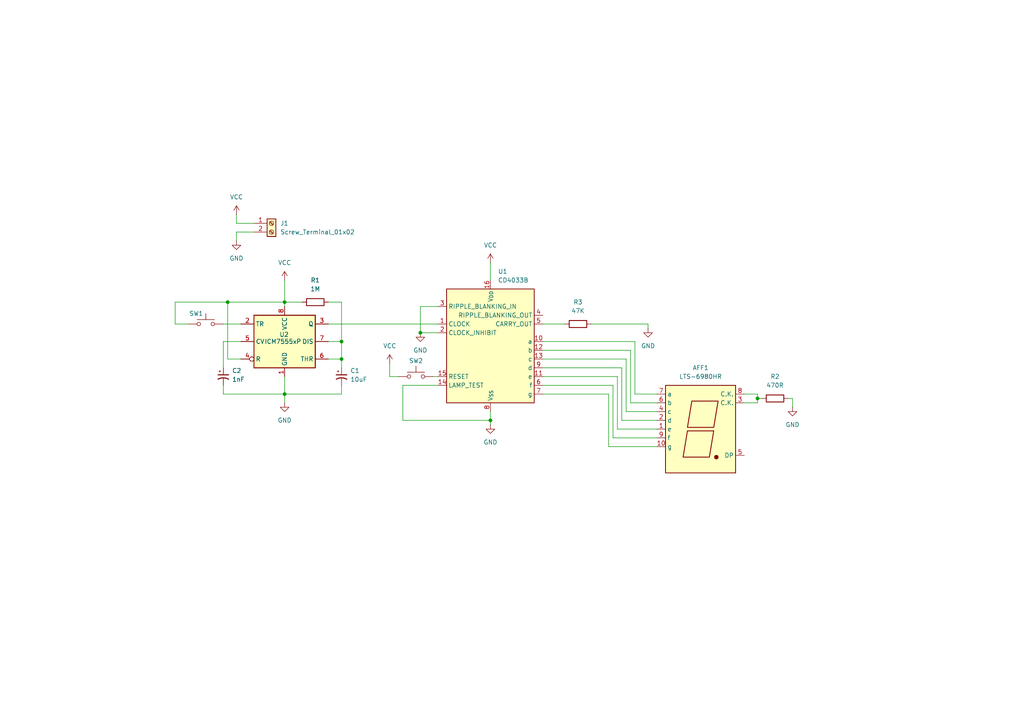
<source format=kicad_sch>
(kicad_sch (version 20231120) (generator "eeschema") (generator_version "8.0")
  (paper "A4")
  (lib_symbols
    (symbol "4xxx:CD4033B"
      (property "Reference" "U" (at -12.7 17.78 0))
      (property "Value" "CD4033B" (at 7.62 17.78 0))
      (symbol "CD4033B_1_1"
        (rectangle (start -12.7 15.24) (end 12.7 -17.78) (stroke (width 0.254)) (fill (type background)))
        (pin input line (at -15.24 5.08 0) (length 2.54) (name "CLOCK") (number "1"))
        (pin output line (at 15.24 0 180) (length 2.54) (name "a") (number "10"))
        (pin output line (at 15.24 -10.16 180) (length 2.54) (name "e") (number "11"))
        (pin output line (at 15.24 -2.54 180) (length 2.54) (name "b") (number "12"))
        (pin output line (at 15.24 -5.08 180) (length 2.54) (name "c") (number "13"))
        (pin input line (at -15.24 -12.7 0) (length 2.54) (name "LAMP_TEST") (number "14"))
        (pin input line (at -15.24 -10.16 0) (length 2.54) (name "RESET") (number "15"))
        (pin power_in line (at 0 17.78 270) (length 2.54) (name "V_{DD}") (number "16"))
        (pin input line (at -15.24 2.54 0) (length 2.54) (name "CLOCK_INHIBIT") (number "2"))
        (pin input line (at -15.24 10.16 0) (length 2.54) (name "RIPPLE_BLANKING_IN") (number "3"))
        (pin output line (at 15.24 7.62 180) (length 2.54) (name "RIPPLE_BLANKING_OUT") (number "4"))
        (pin output line (at 15.24 5.08 180) (length 2.54) (name "CARRY_OUT") (number "5"))
        (pin output line (at 15.24 -12.7 180) (length 2.54) (name "f") (number "6"))
        (pin output line (at 15.24 -15.24 180) (length 2.54) (name "g") (number "7"))
        (pin power_in line (at 0 -20.32 90) (length 2.54) (name "V_{SS}") (number "8"))
        (pin output line (at 15.24 -7.62 180) (length 2.54) (name "d") (number "9"))
      )
    )
    (symbol "Connector:Screw_Terminal_01x02" (pin_names (offset 1.016) hide)
      (property "Reference" "J" (at 0 2.54 0))
      (property "Value" "Screw_Terminal_01x02" (at 0 -5.08 0))
      (symbol "Screw_Terminal_01x02_1_1"
        (rectangle (start -1.27 1.27) (end 1.27 -3.81) (stroke (width 0.254)) (fill (type background)))
        (circle (center 0 -2.54) (radius 0.635) (stroke (width 0.1524)))
        (polyline (pts (xy -0.5334 -2.2098) (xy 0.3302 -3.048)) (stroke (width 0.1524)))
        (polyline (pts (xy -0.5334 0.3302) (xy 0.3302 -0.508)) (stroke (width 0.1524)))
        (polyline (pts (xy -0.3556 -2.032) (xy 0.508 -2.8702)) (stroke (width 0.1524)))
        (polyline (pts (xy -0.3556 0.508) (xy 0.508 -0.3302)) (stroke (width 0.1524)))
        (circle (center 0 0) (radius 0.635) (stroke (width 0.1524)))
        (pin passive line (at -5.08 0 0) (length 3.81) (name "Pin_1") (number "1"))
        (pin passive line (at -5.08 -2.54 0) (length 3.81) (name "Pin_2") (number "2"))
      )
    )
    (symbol "Device:C_Polarized_Small_US" (pin_numbers hide) (pin_names (offset 0.254) hide)
      (property "Reference" "C" (at 0.254 1.778 0))
      (property "Value" "C_Polarized_Small_US" (at 0.254 -2.032 0))
      (symbol "C_Polarized_Small_US_0_1"
        (polyline (pts (xy -1.524 0.508) (xy 1.524 0.508)) (stroke (width 0.3048)))
        (polyline (pts (xy -1.27 1.524) (xy -0.762 1.524)))
        (polyline (pts (xy -1.016 1.27) (xy -1.016 1.778)))
        (arc (start 1.524 -0.762) (mid 0 -0.3734) (end -1.524 -0.762) (stroke (width 0.3048)))
      )
      (symbol "C_Polarized_Small_US_1_1"
        (pin passive line (at 0 2.54 270) (length 2.032) (name "~") (number "1"))
        (pin passive line (at 0 -2.54 90) (length 2.032) (name "~") (number "2"))
      )
    )
    (symbol "Device:R" (pin_numbers hide) (pin_names (offset 0))
      (property "Reference" "R" (at 2.032 0 90))
      (property "Value" "R" (at 0 0 90))
      (symbol "R_0_1"
        (rectangle (start -1.016 -2.54) (end 1.016 2.54) (stroke (width 0.254)))
      )
      (symbol "R_1_1"
        (pin passive line (at 0 3.81 270) (length 1.27) (name "~") (number "1"))
        (pin passive line (at 0 -3.81 90) (length 1.27) (name "~") (number "2"))
      )
    )
    (symbol "Display_Character:LTS-6980HR"
      (property "Reference" "AFF" (at -7.874 13.97 0))
      (property "Value" "LTS-6980HR" (at 4.064 13.97 0))
      (symbol "LTS-6980HR_0_1"
        (rectangle (start -10.16 12.7) (end 10.16 -12.7) (stroke (width 0.254)) (fill (type background)))
        (polyline (pts (xy -3.81 -0.508) (xy 3.81 -0.508) (xy 2.54 -8.128) (xy -5.08 -8.128) (xy -3.81 -0.508) (xy -3.81 -0.508)) (stroke (width 0.254)))
        (polyline (pts (xy -2.54 8.128) (xy 5.08 8.128) (xy 3.81 0.508) (xy -3.81 0.508) (xy -2.54 8.128) (xy -2.54 8.128)) (stroke (width 0.254)))
        (circle (center 4.572 -8.128) (radius 0.508) (stroke (width 0.254)) (fill (type outline)))
      )
      (symbol "LTS-6980HR_1_1"
        (pin passive line (at -12.7 0 0) (length 2.54) (name "e") (number "1"))
        (pin passive line (at -12.7 -5.08 0) (length 2.54) (name "g") (number "10"))
        (pin passive line (at -12.7 2.54 0) (length 2.54) (name "d") (number "2"))
        (pin passive line (at 12.7 7.62 180) (length 2.54) (name "C.K.") (number "3"))
        (pin passive line (at -12.7 5.08 0) (length 2.54) (name "c") (number "4"))
        (pin passive line (at 12.7 -7.62 180) (length 2.54) (name "DP") (number "5"))
        (pin passive line (at -12.7 7.62 0) (length 2.54) (name "b") (number "6"))
        (pin passive line (at -12.7 10.16 0) (length 2.54) (name "a") (number "7"))
        (pin passive line (at 12.7 10.16 180) (length 2.54) (name "C.K.") (number "8"))
        (pin passive line (at -12.7 -2.54 0) (length 2.54) (name "f") (number "9"))
      )
    )
    (symbol "Switch:SW_Push" (pin_numbers hide) (pin_names (offset 1.016) hide)
      (property "Reference" "SW" (at 1.27 2.54 0))
      (property "Value" "SW_Push" (at 0 -1.524 0))
      (symbol "SW_Push_0_1"
        (circle (center -2.032 0) (radius 0.508))
        (polyline (pts (xy 0 1.27) (xy 0 3.048)))
        (polyline (pts (xy 2.54 1.27) (xy -2.54 1.27)))
        (circle (center 2.032 0) (radius 0.508))
        (pin passive line (at -5.08 0 0) (length 2.54) (name "1") (number "1"))
        (pin passive line (at 5.08 0 180) (length 2.54) (name "2") (number "2"))
      )
    )
    (symbol "Timer:ICM7555xP"
      (property "Reference" "U" (at -10.16 8.89 0))
      (property "Value" "ICM7555xP" (at 2.54 8.89 0))
      (symbol "ICM7555xP_0_0"
        (pin power_in line (at 0 -10.16 90) (length 2.54) (name "GND") (number "1"))
        (pin power_in line (at 0 10.16 270) (length 2.54) (name "VCC") (number "8"))
      )
      (symbol "ICM7555xP_0_1"
        (rectangle (start -8.89 -7.62) (end 8.89 7.62) (stroke (width 0.254)) (fill (type background)))
        (rectangle (start -8.89 -7.62) (end 8.89 7.62) (stroke (width 0.254)) (fill (type background)))
      )
      (symbol "ICM7555xP_1_1"
        (pin input line (at -12.7 5.08 0) (length 3.81) (name "TR") (number "2"))
        (pin output line (at 12.7 5.08 180) (length 3.81) (name "Q") (number "3"))
        (pin input inverted (at -12.7 -5.08 0) (length 3.81) (name "R") (number "4"))
        (pin input line (at -12.7 0 0) (length 3.81) (name "CV") (number "5"))
        (pin input line (at 12.7 -5.08 180) (length 3.81) (name "THR") (number "6"))
        (pin input line (at 12.7 0 180) (length 3.81) (name "DIS") (number "7"))
      )
    )
    (symbol "power:GND" (power) (pin_numbers hide) (pin_names (offset 0) hide)
      (property "Value" "GND" (at 0 -3.81 0))
      (symbol "GND_0_1"
        (polyline (pts (xy 0 0) (xy 0 -1.27) (xy 1.27 -1.27) (xy 0 -2.54) (xy -1.27 -1.27) (xy 0 -1.27)))
      )
      (symbol "GND_1_1"
        (pin power_in line (at 0 0 270) (length 0) (name "~") (number "1"))
      )
    )
    (symbol "power:VCC" (power) (pin_numbers hide) (pin_names (offset 0) hide)
      (property "Value" "VCC" (at 0 3.556 0))
      (symbol "VCC_0_1"
        (polyline (pts (xy -0.762 1.27) (xy 0 2.54)))
        (polyline (pts (xy 0 0) (xy 0 2.54)))
        (polyline (pts (xy 0 2.54) (xy 0.762 1.27)))
      )
      (symbol "VCC_1_1"
        (pin power_in line (at 0 0 90) (length 0) (name "~") (number "1"))
      )
    )
  )
  (junction (at 82.55 87.63))
  (junction (at 121.92 96.52))
  (junction (at 66.04 87.63))
  (junction (at 219.71 115.57))
  (junction (at 99.06 99.06))
  (junction (at 99.06 104.14))
  (junction (at 82.55 114.3))
  (junction (at 142.24 121.92))
  (wire (pts (xy 73.66 64.77) (xy 68.58 64.77)))
  (wire (pts (xy 50.8 93.98) (xy 50.8 87.63)))
  (wire (pts (xy 179.07 124.46) (xy 179.07 109.22)))
  (wire (pts (xy 116.84 121.92) (xy 142.24 121.92)))
  (wire (pts (xy 171.45 93.98) (xy 187.96 93.98)))
  (wire (pts (xy 68.58 67.31) (xy 68.58 69.85)))
  (wire (pts (xy 64.77 114.3) (xy 82.55 114.3)))
  (wire (pts (xy 127 96.52) (xy 121.92 96.52)))
  (wire (pts (xy 142.24 76.2) (xy 142.24 81.28)))
  (wire (pts (xy 125.73 109.22) (xy 127 109.22)))
  (wire (pts (xy 157.48 93.98) (xy 163.83 93.98)))
  (wire (pts (xy 82.55 87.63) (xy 87.63 87.63)))
  (wire (pts (xy 50.8 87.63) (xy 66.04 87.63)))
  (wire (pts (xy 64.77 93.98) (xy 69.85 93.98)))
  (wire (pts (xy 182.88 116.84) (xy 182.88 101.6)))
  (wire (pts (xy 54.61 93.98) (xy 50.8 93.98)))
  (wire (pts (xy 95.25 87.63) (xy 99.06 87.63)))
  (wire (pts (xy 177.8 127) (xy 177.8 111.76)))
  (wire (pts (xy 180.34 121.92) (xy 180.34 106.68)))
  (wire (pts (xy 99.06 111.76) (xy 99.06 114.3)))
  (wire (pts (xy 113.03 109.22) (xy 113.03 105.41)))
  (wire (pts (xy 99.06 99.06) (xy 99.06 104.14)))
  (wire (pts (xy 64.77 99.06) (xy 64.77 106.68)))
  (wire (pts (xy 187.96 93.98) (xy 187.96 95.25)))
  (wire (pts (xy 69.85 104.14) (xy 66.04 104.14)))
  (wire (pts (xy 95.25 104.14) (xy 99.06 104.14)))
  (wire (pts (xy 82.55 114.3) (xy 82.55 116.84)))
  (wire (pts (xy 64.77 111.76) (xy 64.77 114.3)))
  (wire (pts (xy 220.98 115.57) (xy 219.71 115.57)))
  (wire (pts (xy 95.25 99.06) (xy 99.06 99.06)))
  (wire (pts (xy 121.92 88.9) (xy 127 88.9)))
  (wire (pts (xy 179.07 124.46) (xy 190.5 124.46)))
  (wire (pts (xy 228.6 115.57) (xy 229.87 115.57)))
  (wire (pts (xy 182.88 101.6) (xy 157.48 101.6)))
  (wire (pts (xy 95.25 93.98) (xy 127 93.98)))
  (wire (pts (xy 68.58 64.77) (xy 68.58 62.23)))
  (wire (pts (xy 215.9 114.3) (xy 219.71 114.3)))
  (wire (pts (xy 181.61 119.38) (xy 190.5 119.38)))
  (wire (pts (xy 142.24 121.92) (xy 142.24 123.19)))
  (wire (pts (xy 82.55 87.63) (xy 82.55 88.9)))
  (wire (pts (xy 179.07 109.22) (xy 157.48 109.22)))
  (wire (pts (xy 82.55 81.28) (xy 82.55 87.63)))
  (wire (pts (xy 142.24 119.38) (xy 142.24 121.92)))
  (wire (pts (xy 219.71 114.3) (xy 219.71 115.57)))
  (wire (pts (xy 181.61 119.38) (xy 181.61 104.14)))
  (wire (pts (xy 115.57 109.22) (xy 113.03 109.22)))
  (wire (pts (xy 99.06 114.3) (xy 82.55 114.3)))
  (wire (pts (xy 181.61 104.14) (xy 157.48 104.14)))
  (wire (pts (xy 73.66 67.31) (xy 68.58 67.31)))
  (wire (pts (xy 116.84 111.76) (xy 116.84 121.92)))
  (wire (pts (xy 184.15 114.3) (xy 184.15 99.06)))
  (wire (pts (xy 69.85 99.06) (xy 64.77 99.06)))
  (wire (pts (xy 184.15 114.3) (xy 190.5 114.3)))
  (wire (pts (xy 121.92 96.52) (xy 121.92 88.9)))
  (wire (pts (xy 176.53 129.54) (xy 176.53 114.3)))
  (wire (pts (xy 229.87 115.57) (xy 229.87 118.11)))
  (wire (pts (xy 99.06 104.14) (xy 99.06 106.68)))
  (wire (pts (xy 219.71 116.84) (xy 215.9 116.84)))
  (wire (pts (xy 177.8 111.76) (xy 157.48 111.76)))
  (wire (pts (xy 182.88 116.84) (xy 190.5 116.84)))
  (wire (pts (xy 184.15 99.06) (xy 157.48 99.06)))
  (wire (pts (xy 180.34 106.68) (xy 157.48 106.68)))
  (wire (pts (xy 99.06 87.63) (xy 99.06 99.06)))
  (wire (pts (xy 127 111.76) (xy 116.84 111.76)))
  (wire (pts (xy 176.53 114.3) (xy 157.48 114.3)))
  (wire (pts (xy 82.55 109.22) (xy 82.55 114.3)))
  (wire (pts (xy 219.71 115.57) (xy 219.71 116.84)))
  (wire (pts (xy 66.04 87.63) (xy 82.55 87.63)))
  (wire (pts (xy 66.04 104.14) (xy 66.04 87.63)))
  (wire (pts (xy 177.8 127) (xy 190.5 127)))
  (wire (pts (xy 176.53 129.54) (xy 190.5 129.54)))
  (wire (pts (xy 180.34 121.92) (xy 190.5 121.92)))
  (symbol (lib_id "power:VCC") (at 142.24 76.2 0) (unit 1)
    (property "Reference" "#PWR03" (effects (hide yes)))
    (property "Value" "VCC" (at 142.24 71.12 0))
    (property "Description" "Power symbol creates a global label with name \"VCC\"" (effects (hide yes)))
  )
  (symbol (lib_id "Device:C_Polarized_Small_US") (at 99.06 109.22 0) (unit 1)
    (property "Reference" "C1" (at 101.6 107.5181 0) (effects (justify left)))
    (property "Value" "10uF" (at 101.6 110.0581 0) (effects (justify left)))
    (property "Footprint" "Capacitor_THT:CP_Radial_D5.0mm_P2.00mm" (effects (hide yes)))
    (property "Description" "Polarized capacitor, small US symbol" (effects (hide yes)))
  )
  (symbol (lib_id "power:GND") (at 68.58 69.85 0) (unit 1)
    (property "Reference" "#PWR010" (effects (hide yes)))
    (property "Value" "GND" (at 68.58 74.93 0))
    (property "Description" "Power symbol creates a global label with name \"GND\" , ground" (effects (hide yes)))
  )
  (symbol (lib_id "power:GND") (at 82.55 116.84 0) (unit 1)
    (property "Reference" "#PWR04" (effects (hide yes)))
    (property "Value" "GND" (at 82.55 121.92 0))
    (property "Description" "Power symbol creates a global label with name \"GND\" , ground" (effects (hide yes)))
  )
  (symbol (lib_id "Switch:SW_Push") (at 59.69 93.98 0) (unit 1)
    (property "Reference" "SW1" (at 56.896 90.932 0))
    (property "Value" "SW_Push" (effects (hide yes)))
    (property "Footprint" "Push Button:SW_FSM8JH" (effects (hide yes)))
    (property "Description" "Push button switch, generic, two pins" (effects (hide yes)))
  )
  (symbol (lib_id "power:GND") (at 142.24 123.19 0) (unit 1)
    (property "Reference" "#PWR05" (effects (hide yes)))
    (property "Value" "GND" (at 142.24 128.27 0))
    (property "Description" "Power symbol creates a global label with name \"GND\" , ground" (effects (hide yes)))
  )
  (symbol (lib_id "power:VCC") (at 82.55 81.28 0) (unit 1)
    (property "Reference" "#PWR01" (effects (hide yes)))
    (property "Value" "VCC" (at 82.55 76.2 0))
    (property "Description" "Power symbol creates a global label with name \"VCC\"" (effects (hide yes)))
  )
  (symbol (lib_id "power:VCC") (at 113.03 105.41 0) (unit 1)
    (property "Reference" "#PWR02" (effects (hide yes)))
    (property "Value" "VCC" (at 113.03 100.33 0))
    (property "Description" "Power symbol creates a global label with name \"VCC\"" (effects (hide yes)))
  )
  (symbol (lib_id "Timer:ICM7555xP") (at 82.55 99.06 0) (unit 1)
    (property "Reference" "U2" (at 81.026 97.028 0) (effects (justify left)))
    (property "Value" "ICM7555xP" (at 76.708 99.06 0) (effects (justify left)))
    (property "Footprint" "Package_DIP:DIP-8_W7.62mm" (effects (hide yes)))
    (property "Datasheet" "http://www.intersil.com/content/dam/Intersil/documents/icm7/icm7555-56.pdf" (effects (hide yes)))
    (property "Description" "CMOS General Purpose Timer, 555 compatible, PDIP-8" (effects (hide yes)))
  )
  (symbol (lib_id "power:GND") (at 121.92 96.52 0) (unit 1)
    (property "Reference" "#PWR06" (effects (hide yes)))
    (property "Value" "GND" (at 121.92 101.6 0))
    (property "Description" "Power symbol creates a global label with name \"GND\" , ground" (effects (hide yes)))
  )
  (symbol (lib_id "Device:C_Polarized_Small_US") (at 64.77 109.22 0) (unit 1)
    (property "Reference" "C2" (at 67.31 107.5181 0) (effects (justify left)))
    (property "Value" "1nF" (at 67.31 110.0581 0) (effects (justify left)))
    (property "Footprint" "Capacitor_THT:CP_Radial_D4.0mm_P1.50mm" (effects (hide yes)))
    (property "Description" "Polarized capacitor, small US symbol" (effects (hide yes)))
  )
  (symbol (lib_id "power:GND") (at 187.96 95.25 0) (unit 1)
    (property "Reference" "#PWR08" (effects (hide yes)))
    (property "Value" "GND" (at 187.96 100.33 0))
    (property "Description" "Power symbol creates a global label with name \"GND\" , ground" (effects (hide yes)))
  )
  (symbol (lib_id "power:GND") (at 229.87 118.11 0) (unit 1)
    (property "Reference" "#PWR07" (effects (hide yes)))
    (property "Value" "GND" (at 229.87 123.19 0))
    (property "Description" "Power symbol creates a global label with name \"GND\" , ground" (effects (hide yes)))
  )
  (symbol (lib_id "Device:R") (at 224.79 115.57 90) (unit 1)
    (property "Reference" "R2" (at 224.79 109.22 90))
    (property "Value" "470R" (at 224.79 111.76 90))
    (property "Footprint" "Resistor_THT:R_Axial_DIN0204_L3.6mm_D1.6mm_P5.08mm_Horizontal" (effects (hide yes)))
    (property "Description" "Resistor" (effects (hide yes)))
  )
  (symbol (lib_id "Connector:Screw_Terminal_01x02") (at 78.74 64.77 0) (unit 1)
    (property "Reference" "J1" (at 81.28 64.7699 0) (effects (justify left)))
    (property "Value" "Screw_Terminal_01x02" (at 81.28 67.3099 0) (effects (justify left)))
    (property "Footprint" "TerminalBlock_Phoenix:TerminalBlock_Phoenix_MKDS-1,5-2-5.08_1x02_P5.08mm_Horizontal" (effects (hide yes)))
    (property "Description" "Generic screw terminal, single row, 01x02, script generated (kicad-library-utils/schlib/autogen/connector/)" (effects (hide yes)))
  )
  (symbol (lib_id "power:VCC") (at 68.58 62.23 0) (unit 1)
    (property "Reference" "#PWR09" (effects (hide yes)))
    (property "Value" "VCC" (at 68.58 57.15 0))
    (property "Description" "Power symbol creates a global label with name \"VCC\"" (effects (hide yes)))
  )
  (symbol (lib_id "Device:R") (at 91.44 87.63 90) (unit 1)
    (property "Reference" "R1" (at 91.44 81.28 90))
    (property "Value" "1M" (at 91.44 83.82 90))
    (property "Footprint" "Resistor_THT:R_Axial_DIN0204_L3.6mm_D1.6mm_P5.08mm_Horizontal" (effects (hide yes)))
    (property "Description" "Resistor" (effects (hide yes)))
  )
  (symbol (lib_id "Device:R") (at 167.64 93.98 90) (unit 1)
    (property "Reference" "R3" (at 167.64 87.63 90))
    (property "Value" "47K" (at 167.64 90.17 90))
    (property "Footprint" "Resistor_THT:R_Axial_DIN0204_L3.6mm_D1.6mm_P5.08mm_Horizontal" (effects (hide yes)))
    (property "Description" "Resistor" (effects (hide yes)))
  )
  (symbol (lib_id "Switch:SW_Push") (at 120.65 109.22 0) (unit 1)
    (property "Reference" "SW2" (at 120.65 104.648 0))
    (property "Value" "SW_Push" (effects (hide yes)))
    (property "Footprint" "Push Button:SW_FSM8JH" (effects (hide yes)))
    (property "Description" "Push button switch, generic, two pins" (effects (hide yes)))
  )
  (symbol (lib_id "4xxx:CD4033B") (at 142.24 99.06 0) (unit 1)
    (property "Reference" "U1" (at 144.4341 78.74 0) (effects (justify left)))
    (property "Value" "CD4033B" (at 144.4341 81.28 0) (effects (justify left)))
    (property "Footprint" "Package_DIP:DIP-16_W7.62mm" (effects (hide yes)))
    (property "Datasheet" "https://www.ti.com/lit/ds/symlink/cd4033b.pdf" (effects (hide yes)))
    (property "Description" "20V, CMOS Decade Counter/Divider, 7 Segment Decoder, Ripple Blanking, Lamp Test, 100mW/Output, DIP-16" (effects (hide yes)))
  )
  (symbol (lib_id "Display_Character:LTS-6980HR") (at 203.2 124.46 0) (unit 1)
    (property "Reference" "AFF1" (at 203.2 106.68 0))
    (property "Value" "LTS-6980HR" (at 203.2 109.22 0))
    (property "Footprint" "Display_7Segment:7SegmentLED_LTS6760_LTS6780" (effects (hide yes)))
    (property "Datasheet" "http://datasheet.octopart.com/LTS-6960HR-Lite-On-datasheet-11803242.pdf" (effects (hide yes)))
    (property "Description" "DISPLAY 7 SEGMENTS common K, high efficient red" (effects (hide yes)))
  )
)
</source>
